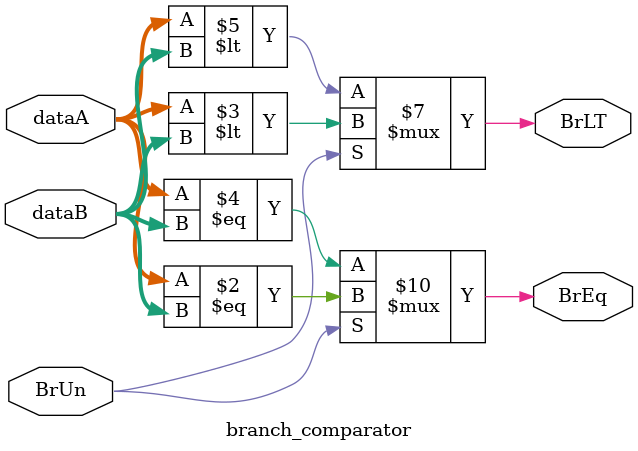
<source format=v>
module branch_comparator
(
    input wire [31:0] dataA,
    input wire [31:0] dataB,
    input wire BrUn,
    output reg BrLT,
    output reg BrEq
);

always @(*)begin
    if (BrUn) begin //we preform a unsigned comparison
        BrEq = $unsigned(dataA) == $unsigned(dataB);
        BrLT = $unsigned(dataA) < $unsigned(dataB);
    end else begin //we preform a signed comparison
        BrEq = $signed(dataA) == $signed(dataB);
        BrLT = $signed(dataA) < $signed(dataB);
    end
end

endmodule
</source>
